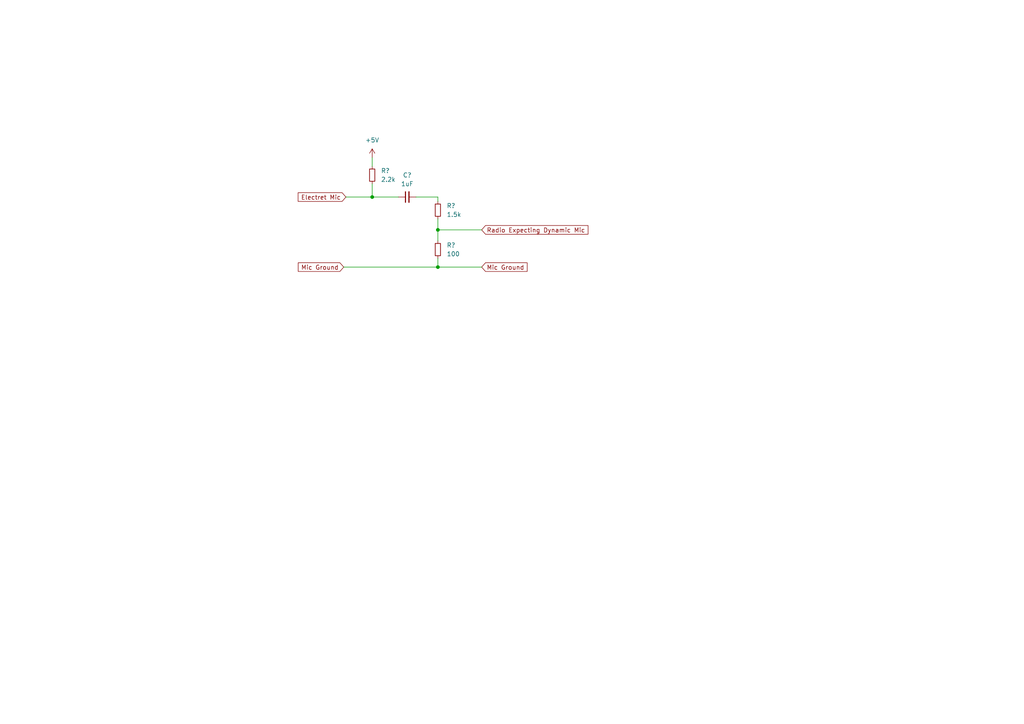
<source format=kicad_sch>
(kicad_sch (version 20211123) (generator eeschema)
  (paper "A4")
  (lib_symbols
    (symbol "Device:C_Small" (pin_numbers hide) (pin_names (offset 0.254) hide)
      (property "Reference" "C" (at 0.254 1.778 0))
      (property "Value" "C_Small" (at 0.254 -2.032 0))
      (symbol "C_Small_0_1"
        (polyline (pts (xy -1.524 -0.508) (xy 1.524 -0.508)) (stroke (width 0.3302)))
        (polyline (pts (xy -1.524 0.508) (xy 1.524 0.508)) (stroke (width 0.3048)))
      )
      (symbol "C_Small_1_1"
        (pin passive line (at 0 2.54 270) (length 2.032) (name "~") (number "1"))
        (pin passive line (at 0 -2.54 90) (length 2.032) (name "~") (number "2"))
      )
    )
    (symbol "Device:R_Small" (pin_numbers hide) (pin_names (offset 0.254) hide)
      (property "Reference" "R" (at 0.762 0.508 0))
      (property "Value" "R_Small" (at 0.762 -1.016 0))
      (symbol "R_Small_0_1"
        (rectangle (start -0.762 1.778) (end 0.762 -1.778) (stroke (width 0.2032)))
      )
      (symbol "R_Small_1_1"
        (pin passive line (at 0 2.54 270) (length 0.762) (name "~") (number "1"))
        (pin passive line (at 0 -2.54 90) (length 0.762) (name "~") (number "2"))
      )
    )
    (symbol "power:+5V" (power) (pin_names (offset 0))
      (property "Value" "+5V" (at 0 3.556 0))
      (symbol "+5V_0_1"
        (polyline (pts (xy -0.762 1.27) (xy 0 2.54)))
        (polyline (pts (xy 0 0) (xy 0 2.54)))
        (polyline (pts (xy 0 2.54) (xy 0.762 1.27)))
      )
      (symbol "+5V_1_1"
        (pin power_in line (at 0 0 90) (length 0) hide (name "+5V") (number "1"))
      )
    )
  )
  (junction (at 127 77.47))
  (junction (at 107.95 57.15))
  (junction (at 127 66.675))
  (wire (pts (xy 99.695 77.47) (xy 127 77.47)))
  (wire (pts (xy 127 77.47) (xy 139.7 77.47)))
  (wire (pts (xy 127 74.93) (xy 127 77.47)))
  (wire (pts (xy 100.33 57.15) (xy 107.95 57.15)))
  (wire (pts (xy 107.95 57.15) (xy 115.57 57.15)))
  (wire (pts (xy 107.95 53.34) (xy 107.95 57.15)))
  (wire (pts (xy 120.65 57.15) (xy 127 57.15)))
  (wire (pts (xy 107.95 45.72) (xy 107.95 48.26)))
  (wire (pts (xy 127 57.15) (xy 127 58.42)))
  (wire (pts (xy 127 66.675) (xy 139.7 66.675)))
  (wire (pts (xy 127 66.675) (xy 127 69.85)))
  (wire (pts (xy 127 63.5) (xy 127 66.675)))
  (global_label "Radio Expecting Dynamic Mic" (shape input) (at 139.7 66.675 0) (property "Intersheet References" "${INTERSHEET_REFS}" (effects hide)))
  (global_label "Mic Ground" (shape input) (at 99.695 77.47 180) (property "Intersheet References" "${INTERSHEET_REFS}" (effects hide)))
  (global_label "Electret Mic" (shape input) (at 100.33 57.15 180) (property "Intersheet References" "${INTERSHEET_REFS}" (effects hide)))
  (global_label "Mic Ground" (shape input) (at 139.7 77.47 0) (property "Intersheet References" "${INTERSHEET_REFS}" (effects hide)))
  (symbol (lib_id "Device:R_Small") (at 107.95 50.8 0) (unit 1)
    (property "Reference" "R?" (at 110.49 49.5299 0) (effects (justify left)))
    (property "Value" "2.2k" (at 110.49 52.0699 0) (effects (justify left)))
  )
  (symbol (lib_id "Device:R_Small") (at 127 72.39 0) (unit 1)
    (property "Reference" "R?" (at 129.54 71.1199 0) (effects (justify left)))
    (property "Value" "100" (at 129.54 73.6599 0) (effects (justify left)))
  )
  (symbol (lib_id "Device:R_Small") (at 127 60.96 0) (unit 1)
    (property "Reference" "R?" (at 129.54 59.6899 0) (effects (justify left)))
    (property "Value" "1.5k" (at 129.54 62.2299 0) (effects (justify left)))
  )
  (symbol (lib_id "Device:C_Small") (at 118.11 57.15 90) (unit 1)
    (property "Reference" "C?" (at 118.1163 50.8 90))
    (property "Value" "1uF" (at 118.1163 53.34 90))
  )
  (symbol (lib_id "power:+5V") (at 107.95 45.72 0) (unit 1)
    (property "Reference" "#PWR?" (effects hide))
    (property "Value" "+5V" (at 107.95 40.64 0))
  )
)
</source>
